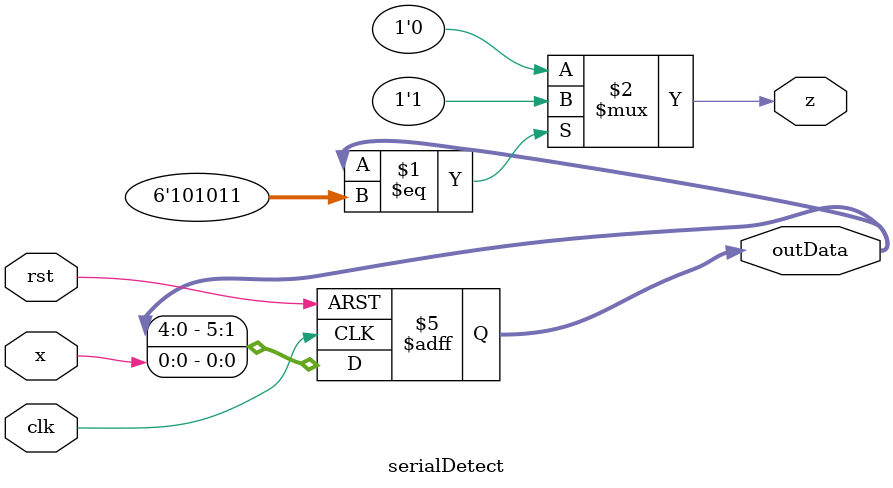
<source format=v>
module serialDetect(x, clk, rst, z, outData);
  input x;
  input clk;
  input rst;
  output z;
  output [5 : 0] outData;
  reg [5 : 0] outData;
 
  assign z = (outData == 6'b101011) ? 1'b1:1'b0;
 
  always @ (posedge clk or negedge rst) begin
    if(!rst)
      outData <= 6'd0;
    else
      outData <= {outData[5 : 0], x};
  end
endmodule 
</source>
